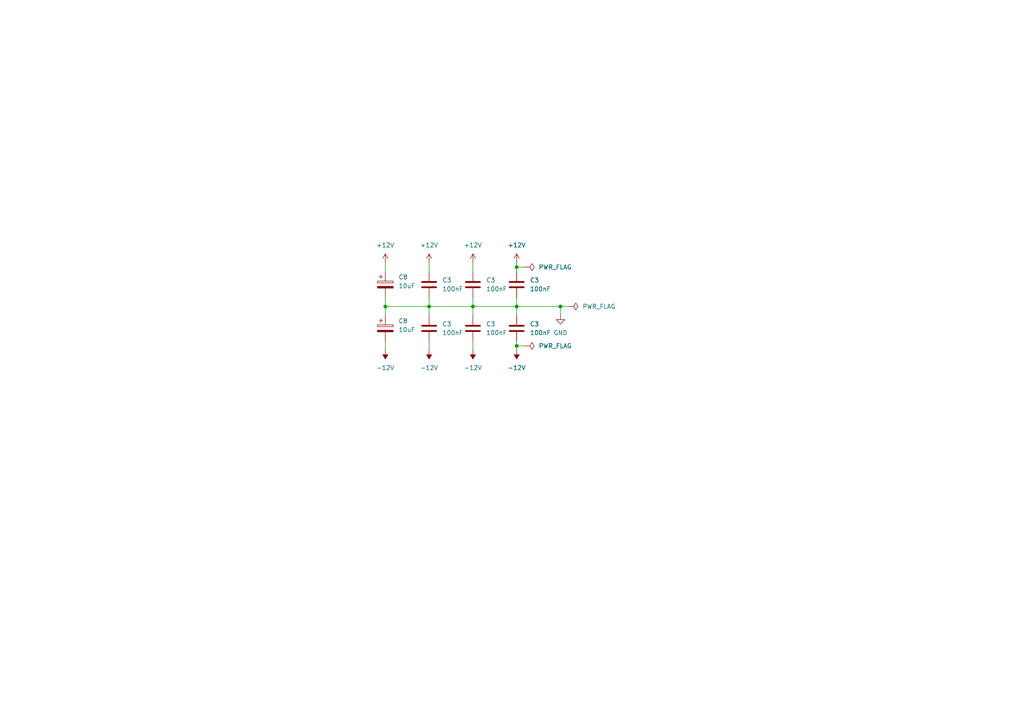
<source format=kicad_sch>
(kicad_sch (version 20230121) (generator eeschema)
  (paper "A4")
  (lib_symbols
    (symbol "Device:C" (pin_numbers hide) (pin_names (offset 0.254))
      (property "Reference" "C" (at 0.635 2.54 0))
      (property "Value" "C" (at 0.635 -2.54 0))
      (symbol "C_0_1"
        (polyline (pts (xy -2.032 -0.762) (xy 2.032 -0.762)) (stroke (width 0.508)))
        (polyline (pts (xy -2.032 0.762) (xy 2.032 0.762)) (stroke (width 0.508)))
      )
      (symbol "C_1_1"
        (pin passive line (at 0 3.81 270) (length 2.794) (name "~") (number "1"))
        (pin passive line (at 0 -3.81 90) (length 2.794) (name "~") (number "2"))
      )
    )
    (symbol "Device:C_Polarized" (pin_numbers hide) (pin_names (offset 0.254))
      (property "Reference" "C" (at 0.635 2.54 0))
      (property "Value" "C_Polarized" (at 0.635 -2.54 0))
      (symbol "C_Polarized_0_1"
        (rectangle (start -2.286 0.508) (end 2.286 1.016))
        (polyline (pts (xy -1.778 2.286) (xy -0.762 2.286)))
        (polyline (pts (xy -1.27 2.794) (xy -1.27 1.778)))
        (rectangle (start 2.286 -0.508) (end -2.286 -1.016) (fill (type outline)))
      )
      (symbol "C_Polarized_1_1"
        (pin passive line (at 0 3.81 270) (length 2.794) (name "~") (number "1"))
        (pin passive line (at 0 -3.81 90) (length 2.794) (name "~") (number "2"))
      )
    )
    (symbol "power:+12V" (power) (pin_names (offset 0))
      (property "Value" "+12V" (at 0 3.556 0))
      (symbol "+12V_0_1"
        (polyline (pts (xy -0.762 1.27) (xy 0 2.54)))
        (polyline (pts (xy 0 0) (xy 0 2.54)))
        (polyline (pts (xy 0 2.54) (xy 0.762 1.27)))
      )
      (symbol "+12V_1_1"
        (pin power_in line (at 0 0 90) (length 0) hide (name "+12V") (number "1"))
      )
    )
    (symbol "power:-12V" (power) (pin_names (offset 0))
      (property "Value" "-12V" (at 0 3.81 0))
      (symbol "-12V_0_0"
        (pin power_in line (at 0 0 90) (length 0) hide (name "-12V") (number "1"))
      )
      (symbol "-12V_0_1"
        (polyline (pts (xy 0 0) (xy 0 1.27) (xy 0.762 1.27) (xy 0 2.54) (xy -0.762 1.27) (xy 0 1.27)) (fill (type outline)))
      )
    )
    (symbol "power:GND" (power) (pin_names (offset 0))
      (property "Value" "GND" (at 0 -3.81 0))
      (symbol "GND_0_1"
        (polyline (pts (xy 0 0) (xy 0 -1.27) (xy 1.27 -1.27) (xy 0 -2.54) (xy -1.27 -1.27) (xy 0 -1.27)))
      )
      (symbol "GND_1_1"
        (pin power_in line (at 0 0 270) (length 0) hide (name "GND") (number "1"))
      )
    )
    (symbol "power:PWR_FLAG" (power) (pin_numbers hide) (pin_names (offset 0) hide)
      (property "Value" "PWR_FLAG" (at 0 3.81 0))
      (symbol "PWR_FLAG_0_0"
        (pin power_out line (at 0 0 90) (length 0) (name "pwr") (number "1"))
      )
      (symbol "PWR_FLAG_0_1"
        (polyline (pts (xy 0 0) (xy 0 1.27) (xy -1.016 1.905) (xy 0 2.54) (xy 1.016 1.905) (xy 0 1.27)))
      )
    )
  )
  (junction (at 111.76 88.9))
  (junction (at 149.86 88.9))
  (junction (at 149.86 77.47))
  (junction (at 149.86 100.33))
  (junction (at 162.56 88.9))
  (junction (at 124.46 88.9))
  (junction (at 137.16 88.9))
  (wire (pts (xy 149.86 100.33) (xy 152.4 100.33)))
  (wire (pts (xy 149.86 86.36) (xy 149.86 88.9)))
  (wire (pts (xy 124.46 88.9) (xy 111.76 88.9)))
  (wire (pts (xy 111.76 76.2) (xy 111.76 78.74)))
  (wire (pts (xy 137.16 99.06) (xy 137.16 101.6)))
  (wire (pts (xy 162.56 88.9) (xy 165.1 88.9)))
  (wire (pts (xy 137.16 88.9) (xy 124.46 88.9)))
  (wire (pts (xy 149.86 99.06) (xy 149.86 100.33)))
  (wire (pts (xy 124.46 76.2) (xy 124.46 78.74)))
  (wire (pts (xy 111.76 99.06) (xy 111.76 101.6)))
  (wire (pts (xy 124.46 86.36) (xy 124.46 88.9)))
  (wire (pts (xy 149.86 88.9) (xy 149.86 91.44)))
  (wire (pts (xy 149.86 77.47) (xy 152.4 77.47)))
  (wire (pts (xy 149.86 88.9) (xy 137.16 88.9)))
  (wire (pts (xy 149.86 77.47) (xy 149.86 78.74)))
  (wire (pts (xy 111.76 88.9) (xy 111.76 91.44)))
  (wire (pts (xy 149.86 100.33) (xy 149.86 101.6)))
  (wire (pts (xy 124.46 99.06) (xy 124.46 101.6)))
  (wire (pts (xy 137.16 86.36) (xy 137.16 88.9)))
  (wire (pts (xy 137.16 76.2) (xy 137.16 78.74)))
  (wire (pts (xy 137.16 88.9) (xy 137.16 91.44)))
  (wire (pts (xy 111.76 88.9) (xy 111.76 86.36)))
  (wire (pts (xy 149.86 76.2) (xy 149.86 77.47)))
  (wire (pts (xy 162.56 91.44) (xy 162.56 88.9)))
  (wire (pts (xy 124.46 88.9) (xy 124.46 91.44)))
  (wire (pts (xy 162.56 88.9) (xy 149.86 88.9)))
  (symbol (lib_id "Device:C_Polarized") (at 111.76 82.55 0) (unit 1)
    (property "Reference" "C8" (at 115.57 80.391 0) (effects (justify left)))
    (property "Value" "10uF" (at 115.57 82.931 0) (effects (justify left)))
    (property "Footprint" "Capacitor_THT:CP_Radial_D4.0mm_P2.00mm" (effects hide))
    (instances (project "VCO" (path "" (reference "C8") (unit 1))) (project "VCA" (path "" (reference "C2") (unit 1)) (path "" (reference "C1") (unit 1))) (project "LFO" (path "" (reference "C5") (unit 1))))
  )
  (symbol (lib_id "power:+12V") (at 149.86 76.2 0) (unit 1)
    (property "Reference" "#PWR048" (effects hide))
    (property "Value" "+12V" (at 149.86 71.12 0))
    (instances (project "VCA" (path "" (reference "#PWR048") (unit 1)) (path "" (reference "#PWR049") (unit 1))) (project "LFO" (path "" (reference "#PWR046") (unit 1))))
  )
  (symbol (lib_id "power:-12V") (at 124.46 101.6 180) (unit 1)
    (property "Reference" "#PWR032" (effects hide))
    (property "Value" "-12V" (at 124.46 106.68 0))
    (instances (project "VCA" (path "" (reference "#PWR032") (unit 1)) (path "" (reference "#PWR048") (unit 1))) (project "LFO" (path "" (reference "#PWR043") (unit 1))))
  )
  (symbol (lib_id "power:-12V") (at 149.86 101.6 180) (unit 1)
    (property "Reference" "#PWR045" (effects hide))
    (property "Value" "-12V" (at 149.86 106.68 0))
    (instances (project "VCA" (path "" (reference "#PWR045") (unit 1)) (path "" (reference "#PWR050") (unit 1))) (project "LFO" (path "" (reference "#PWR047") (unit 1))))
  )
  (symbol (lib_id "Device:C") (at 137.16 95.25 0) (unit 1)
    (property "Reference" "C3" (at 140.97 93.98 0) (effects (justify left)))
    (property "Value" "100nF" (at 140.97 96.52 0) (effects (justify left)))
    (property "Footprint" "Capacitor_SMD:C_0201_0603Metric" (effects hide))
    (instances (project "VCO" (path "" (reference "C3") (unit 1)) (path "" (reference "C3") (unit 1))) (project "VCA" (path "" (reference "C4") (unit 1)) (path "" (reference "C4") (unit 1))) (project "LFO" (path "" (reference "C10") (unit 1))))
  )
  (symbol (lib_id "power:GND") (at 162.56 91.44 0) (unit 1)
    (property "Reference" "#PWR049" (effects hide))
    (property "Value" "GND" (at 162.56 96.52 0))
    (instances (project "VCA" (path "" (reference "#PWR049") (unit 1)) (path "" (reference "#PWR051") (unit 1))) (project "LFO" (path "" (reference "#PWR048") (unit 1))))
  )
  (symbol (lib_id "power:-12V") (at 111.76 101.6 180) (unit 1)
    (property "Reference" "#PWR031" (effects hide))
    (property "Value" "-12V" (at 111.76 106.68 0))
    (instances (project "VCA" (path "" (reference "#PWR031") (unit 1)) (path "" (reference "#PWR046") (unit 1))) (project "LFO" (path "" (reference "#PWR041") (unit 1))))
  )
  (symbol (lib_id "power:+12V") (at 124.46 76.2 0) (unit 1)
    (property "Reference" "#PWR047" (effects hide))
    (property "Value" "+12V" (at 124.46 71.12 0))
    (instances (project "VCA" (path "" (reference "#PWR047") (unit 1)) (path "" (reference "#PWR047") (unit 1))) (project "LFO" (path "" (reference "#PWR042") (unit 1))))
  )
  (symbol (lib_id "power:PWR_FLAG") (at 152.4 77.47 270) (unit 1)
    (property "Reference" "#FLG02" (effects hide))
    (property "Value" "PWR_FLAG" (at 156.21 77.47 90) (effects (justify left)))
    (instances (project "VCA" (path "" (reference "#FLG02") (unit 1)) (path "" (reference "#FLG01") (unit 1))) (project "LFO" (path "" (reference "#FLG01") (unit 1))))
  )
  (symbol (lib_id "power:+12V") (at 137.16 76.2 0) (unit 1)
    (property "Reference" "#PWR047" (effects hide))
    (property "Value" "+12V" (at 137.16 71.12 0))
    (instances (project "VCA" (path "" (reference "#PWR047") (unit 1)) (path "" (reference "#PWR047") (unit 1))) (project "LFO" (path "" (reference "#PWR044") (unit 1))))
  )
  (symbol (lib_id "power:-12V") (at 137.16 101.6 180) (unit 1)
    (property "Reference" "#PWR032" (effects hide))
    (property "Value" "-12V" (at 137.16 106.68 0))
    (instances (project "VCA" (path "" (reference "#PWR032") (unit 1)) (path "" (reference "#PWR048") (unit 1))) (project "LFO" (path "" (reference "#PWR045") (unit 1))))
  )
  (symbol (lib_id "power:+12V") (at 111.76 76.2 0) (unit 1)
    (property "Reference" "#PWR046" (effects hide))
    (property "Value" "+12V" (at 111.76 71.12 0))
    (instances (project "VCA" (path "" (reference "#PWR046") (unit 1)) (path "" (reference "#PWR045") (unit 1))) (project "LFO" (path "" (reference "#PWR040") (unit 1))))
  )
  (symbol (lib_id "Device:C") (at 124.46 95.25 0) (unit 1)
    (property "Reference" "C3" (at 128.27 93.98 0) (effects (justify left)))
    (property "Value" "100nF" (at 128.27 96.52 0) (effects (justify left)))
    (property "Footprint" "Capacitor_SMD:C_0201_0603Metric" (effects hide))
    (instances (project "VCO" (path "" (reference "C3") (unit 1)) (path "" (reference "C3") (unit 1))) (project "VCA" (path "" (reference "C1") (unit 1)) (path "" (reference "C3") (unit 1))) (project "LFO" (path "" (reference "C8") (unit 1))))
  )
  (symbol (lib_id "power:PWR_FLAG") (at 165.1 88.9 270) (unit 1)
    (property "Reference" "#FLG01" (effects hide))
    (property "Value" "PWR_FLAG" (at 168.91 88.9 90) (effects (justify left)))
    (instances (project "VCA" (path "" (reference "#FLG01") (unit 1)) (path "" (reference "#FLG03") (unit 1))) (project "LFO" (path "" (reference "#FLG03") (unit 1))))
  )
  (symbol (lib_id "Device:C") (at 137.16 82.55 0) (unit 1)
    (property "Reference" "C3" (at 140.97 81.28 0) (effects (justify left)))
    (property "Value" "100nF" (at 140.97 83.82 0) (effects (justify left)))
    (property "Footprint" "Capacitor_SMD:C_0201_0603Metric" (effects hide))
    (instances (project "VCO" (path "" (reference "C3") (unit 1)) (path "" (reference "C3") (unit 1))) (project "VCA" (path "" (reference "C1") (unit 1)) (path "" (reference "C3") (unit 1))) (project "LFO" (path "" (reference "C9") (unit 1))))
  )
  (symbol (lib_id "power:PWR_FLAG") (at 152.4 100.33 270) (unit 1)
    (property "Reference" "#FLG03" (effects hide))
    (property "Value" "PWR_FLAG" (at 156.21 100.33 90) (effects (justify left)))
    (instances (project "VCA" (path "" (reference "#FLG03") (unit 1)) (path "" (reference "#FLG02") (unit 1))) (project "LFO" (path "" (reference "#FLG02") (unit 1))))
  )
  (symbol (lib_id "Device:C") (at 149.86 82.55 0) (unit 1)
    (property "Reference" "C3" (at 153.67 81.28 0) (effects (justify left)))
    (property "Value" "100nF" (at 153.67 83.82 0) (effects (justify left)))
    (property "Footprint" "Capacitor_SMD:C_0201_0603Metric" (effects hide))
    (instances (project "VCO" (path "" (reference "C3") (unit 1)) (path "" (reference "C3") (unit 1))) (project "VCA" (path "" (reference "C5") (unit 1)) (path "" (reference "C5") (unit 1))) (project "LFO" (path "" (reference "C11") (unit 1))))
  )
  (symbol (lib_id "Device:C") (at 124.46 82.55 0) (unit 1)
    (property "Reference" "C3" (at 128.27 81.28 0) (effects (justify left)))
    (property "Value" "100nF" (at 128.27 83.82 0) (effects (justify left)))
    (property "Footprint" "Capacitor_SMD:C_0201_0603Metric" (effects hide))
    (instances (project "VCO" (path "" (reference "C3") (unit 1)) (path "" (reference "C3") (unit 1))) (project "VCA" (path "" (reference "C1") (unit 1)) (path "" (reference "C3") (unit 1))) (project "LFO" (path "" (reference "C7") (unit 1))))
  )
  (symbol (lib_id "Device:C_Polarized") (at 111.76 95.25 0) (unit 1)
    (property "Reference" "C8" (at 115.57 93.091 0) (effects (justify left)))
    (property "Value" "10uF" (at 115.57 95.631 0) (effects (justify left)))
    (property "Footprint" "Capacitor_THT:CP_Radial_D4.0mm_P2.00mm" (effects hide))
    (instances (project "VCO" (path "" (reference "C8") (unit 1))) (project "VCA" (path "" (reference "C3") (unit 1)) (path "" (reference "C2") (unit 1))) (project "LFO" (path "" (reference "C6") (unit 1))))
  )
  (symbol (lib_id "Device:C") (at 149.86 95.25 0) (unit 1)
    (property "Reference" "C3" (at 153.67 93.98 0) (effects (justify left)))
    (property "Value" "100nF" (at 153.67 96.52 0) (effects (justify left)))
    (property "Footprint" "Capacitor_SMD:C_0201_0603Metric" (effects hide))
    (instances (project "VCO" (path "" (reference "C3") (unit 1)) (path "" (reference "C3") (unit 1))) (project "VCA" (path "" (reference "C6") (unit 1)) (path "" (reference "C6") (unit 1))) (project "LFO" (path "" (reference "C12") (unit 1))))
  )
)
</source>
